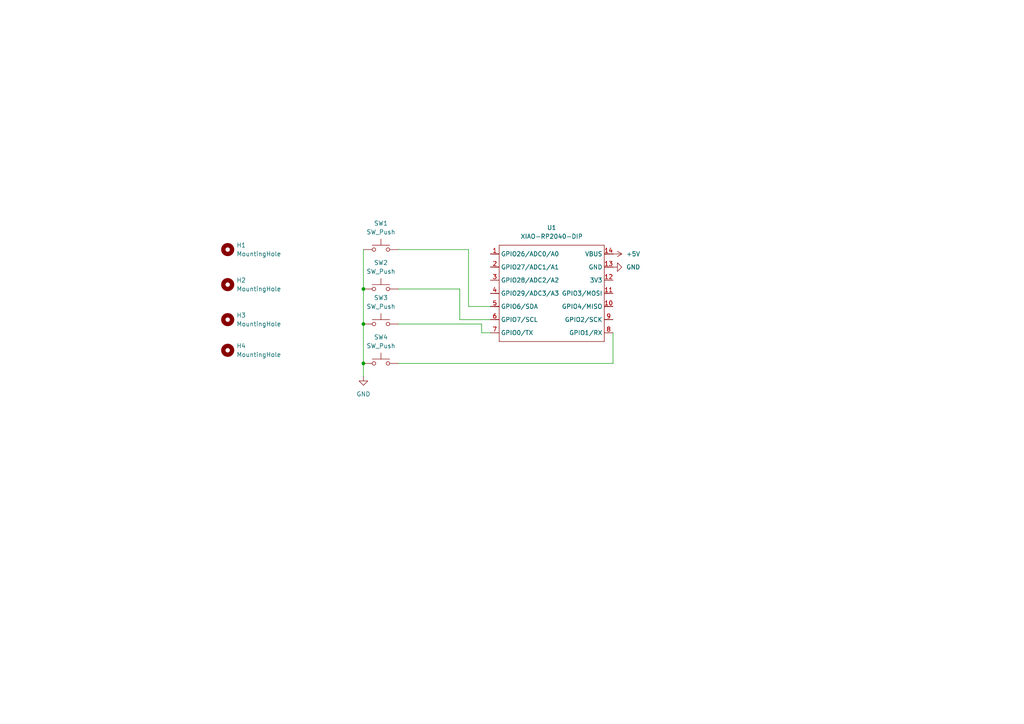
<source format=kicad_sch>
(kicad_sch
	(version 20250114)
	(generator "eeschema")
	(generator_version "9.0")
	(uuid "a321807e-d030-4eb6-bae4-ad18beb270af")
	(paper "A4")
	(lib_symbols
		(symbol "Mechanical:MountingHole"
			(pin_names
				(offset 1.016)
			)
			(exclude_from_sim no)
			(in_bom no)
			(on_board yes)
			(property "Reference" "H"
				(at 0 5.08 0)
				(effects
					(font
						(size 1.27 1.27)
					)
				)
			)
			(property "Value" "MountingHole"
				(at 0 3.175 0)
				(effects
					(font
						(size 1.27 1.27)
					)
				)
			)
			(property "Footprint" ""
				(at 0 0 0)
				(effects
					(font
						(size 1.27 1.27)
					)
					(hide yes)
				)
			)
			(property "Datasheet" "~"
				(at 0 0 0)
				(effects
					(font
						(size 1.27 1.27)
					)
					(hide yes)
				)
			)
			(property "Description" "Mounting Hole without connection"
				(at 0 0 0)
				(effects
					(font
						(size 1.27 1.27)
					)
					(hide yes)
				)
			)
			(property "ki_keywords" "mounting hole"
				(at 0 0 0)
				(effects
					(font
						(size 1.27 1.27)
					)
					(hide yes)
				)
			)
			(property "ki_fp_filters" "MountingHole*"
				(at 0 0 0)
				(effects
					(font
						(size 1.27 1.27)
					)
					(hide yes)
				)
			)
			(symbol "MountingHole_0_1"
				(circle
					(center 0 0)
					(radius 1.27)
					(stroke
						(width 1.27)
						(type default)
					)
					(fill
						(type none)
					)
				)
			)
			(embedded_fonts no)
		)
		(symbol "Seeed_Studio_XIAO_Series:XIAO-RP2040-DIP"
			(exclude_from_sim no)
			(in_bom yes)
			(on_board yes)
			(property "Reference" "U"
				(at 0 0 0)
				(effects
					(font
						(size 1.27 1.27)
					)
				)
			)
			(property "Value" "XIAO-RP2040-DIP"
				(at 5.334 -1.778 0)
				(effects
					(font
						(size 1.27 1.27)
					)
				)
			)
			(property "Footprint" "Module:MOUDLE14P-XIAO-DIP-SMD"
				(at 14.478 -32.258 0)
				(effects
					(font
						(size 1.27 1.27)
					)
					(hide yes)
				)
			)
			(property "Datasheet" ""
				(at 0 0 0)
				(effects
					(font
						(size 1.27 1.27)
					)
					(hide yes)
				)
			)
			(property "Description" ""
				(at 0 0 0)
				(effects
					(font
						(size 1.27 1.27)
					)
					(hide yes)
				)
			)
			(symbol "XIAO-RP2040-DIP_1_0"
				(polyline
					(pts
						(xy -1.27 -2.54) (xy 29.21 -2.54)
					)
					(stroke
						(width 0.1524)
						(type solid)
					)
					(fill
						(type none)
					)
				)
				(polyline
					(pts
						(xy -1.27 -5.08) (xy -2.54 -5.08)
					)
					(stroke
						(width 0.1524)
						(type solid)
					)
					(fill
						(type none)
					)
				)
				(polyline
					(pts
						(xy -1.27 -5.08) (xy -1.27 -2.54)
					)
					(stroke
						(width 0.1524)
						(type solid)
					)
					(fill
						(type none)
					)
				)
				(polyline
					(pts
						(xy -1.27 -8.89) (xy -2.54 -8.89)
					)
					(stroke
						(width 0.1524)
						(type solid)
					)
					(fill
						(type none)
					)
				)
				(polyline
					(pts
						(xy -1.27 -8.89) (xy -1.27 -5.08)
					)
					(stroke
						(width 0.1524)
						(type solid)
					)
					(fill
						(type none)
					)
				)
				(polyline
					(pts
						(xy -1.27 -12.7) (xy -2.54 -12.7)
					)
					(stroke
						(width 0.1524)
						(type solid)
					)
					(fill
						(type none)
					)
				)
				(polyline
					(pts
						(xy -1.27 -12.7) (xy -1.27 -8.89)
					)
					(stroke
						(width 0.1524)
						(type solid)
					)
					(fill
						(type none)
					)
				)
				(polyline
					(pts
						(xy -1.27 -16.51) (xy -2.54 -16.51)
					)
					(stroke
						(width 0.1524)
						(type solid)
					)
					(fill
						(type none)
					)
				)
				(polyline
					(pts
						(xy -1.27 -16.51) (xy -1.27 -12.7)
					)
					(stroke
						(width 0.1524)
						(type solid)
					)
					(fill
						(type none)
					)
				)
				(polyline
					(pts
						(xy -1.27 -20.32) (xy -2.54 -20.32)
					)
					(stroke
						(width 0.1524)
						(type solid)
					)
					(fill
						(type none)
					)
				)
				(polyline
					(pts
						(xy -1.27 -24.13) (xy -2.54 -24.13)
					)
					(stroke
						(width 0.1524)
						(type solid)
					)
					(fill
						(type none)
					)
				)
				(polyline
					(pts
						(xy -1.27 -27.94) (xy -2.54 -27.94)
					)
					(stroke
						(width 0.1524)
						(type solid)
					)
					(fill
						(type none)
					)
				)
				(polyline
					(pts
						(xy -1.27 -30.48) (xy -1.27 -16.51)
					)
					(stroke
						(width 0.1524)
						(type solid)
					)
					(fill
						(type none)
					)
				)
				(polyline
					(pts
						(xy 29.21 -2.54) (xy 29.21 -5.08)
					)
					(stroke
						(width 0.1524)
						(type solid)
					)
					(fill
						(type none)
					)
				)
				(polyline
					(pts
						(xy 29.21 -5.08) (xy 29.21 -8.89)
					)
					(stroke
						(width 0.1524)
						(type solid)
					)
					(fill
						(type none)
					)
				)
				(polyline
					(pts
						(xy 29.21 -8.89) (xy 29.21 -12.7)
					)
					(stroke
						(width 0.1524)
						(type solid)
					)
					(fill
						(type none)
					)
				)
				(polyline
					(pts
						(xy 29.21 -12.7) (xy 29.21 -30.48)
					)
					(stroke
						(width 0.1524)
						(type solid)
					)
					(fill
						(type none)
					)
				)
				(polyline
					(pts
						(xy 29.21 -30.48) (xy -1.27 -30.48)
					)
					(stroke
						(width 0.1524)
						(type solid)
					)
					(fill
						(type none)
					)
				)
				(polyline
					(pts
						(xy 30.48 -5.08) (xy 29.21 -5.08)
					)
					(stroke
						(width 0.1524)
						(type solid)
					)
					(fill
						(type none)
					)
				)
				(polyline
					(pts
						(xy 30.48 -8.89) (xy 29.21 -8.89)
					)
					(stroke
						(width 0.1524)
						(type solid)
					)
					(fill
						(type none)
					)
				)
				(polyline
					(pts
						(xy 30.48 -12.7) (xy 29.21 -12.7)
					)
					(stroke
						(width 0.1524)
						(type solid)
					)
					(fill
						(type none)
					)
				)
				(polyline
					(pts
						(xy 30.48 -16.51) (xy 29.21 -16.51)
					)
					(stroke
						(width 0.1524)
						(type solid)
					)
					(fill
						(type none)
					)
				)
				(polyline
					(pts
						(xy 30.48 -20.32) (xy 29.21 -20.32)
					)
					(stroke
						(width 0.1524)
						(type solid)
					)
					(fill
						(type none)
					)
				)
				(polyline
					(pts
						(xy 30.48 -24.13) (xy 29.21 -24.13)
					)
					(stroke
						(width 0.1524)
						(type solid)
					)
					(fill
						(type none)
					)
				)
				(polyline
					(pts
						(xy 30.48 -27.94) (xy 29.21 -27.94)
					)
					(stroke
						(width 0.1524)
						(type solid)
					)
					(fill
						(type none)
					)
				)
				(pin passive line
					(at -3.81 -5.08 0)
					(length 2.54)
					(name "GPIO26/ADC0/A0"
						(effects
							(font
								(size 1.27 1.27)
							)
						)
					)
					(number "1"
						(effects
							(font
								(size 1.27 1.27)
							)
						)
					)
				)
				(pin passive line
					(at -3.81 -8.89 0)
					(length 2.54)
					(name "GPIO27/ADC1/A1"
						(effects
							(font
								(size 1.27 1.27)
							)
						)
					)
					(number "2"
						(effects
							(font
								(size 1.27 1.27)
							)
						)
					)
				)
				(pin passive line
					(at -3.81 -12.7 0)
					(length 2.54)
					(name "GPIO28/ADC2/A2"
						(effects
							(font
								(size 1.27 1.27)
							)
						)
					)
					(number "3"
						(effects
							(font
								(size 1.27 1.27)
							)
						)
					)
				)
				(pin passive line
					(at -3.81 -16.51 0)
					(length 2.54)
					(name "GPIO29/ADC3/A3"
						(effects
							(font
								(size 1.27 1.27)
							)
						)
					)
					(number "4"
						(effects
							(font
								(size 1.27 1.27)
							)
						)
					)
				)
				(pin passive line
					(at -3.81 -20.32 0)
					(length 2.54)
					(name "GPIO6/SDA"
						(effects
							(font
								(size 1.27 1.27)
							)
						)
					)
					(number "5"
						(effects
							(font
								(size 1.27 1.27)
							)
						)
					)
				)
				(pin passive line
					(at -3.81 -24.13 0)
					(length 2.54)
					(name "GPIO7/SCL"
						(effects
							(font
								(size 1.27 1.27)
							)
						)
					)
					(number "6"
						(effects
							(font
								(size 1.27 1.27)
							)
						)
					)
				)
				(pin passive line
					(at -3.81 -27.94 0)
					(length 2.54)
					(name "GPIO0/TX"
						(effects
							(font
								(size 1.27 1.27)
							)
						)
					)
					(number "7"
						(effects
							(font
								(size 1.27 1.27)
							)
						)
					)
				)
				(pin passive line
					(at 31.75 -5.08 180)
					(length 2.54)
					(name "VBUS"
						(effects
							(font
								(size 1.27 1.27)
							)
						)
					)
					(number "14"
						(effects
							(font
								(size 1.27 1.27)
							)
						)
					)
				)
				(pin passive line
					(at 31.75 -8.89 180)
					(length 2.54)
					(name "GND"
						(effects
							(font
								(size 1.27 1.27)
							)
						)
					)
					(number "13"
						(effects
							(font
								(size 1.27 1.27)
							)
						)
					)
				)
				(pin passive line
					(at 31.75 -12.7 180)
					(length 2.54)
					(name "3V3"
						(effects
							(font
								(size 1.27 1.27)
							)
						)
					)
					(number "12"
						(effects
							(font
								(size 1.27 1.27)
							)
						)
					)
				)
				(pin passive line
					(at 31.75 -16.51 180)
					(length 2.54)
					(name "GPIO3/MOSI"
						(effects
							(font
								(size 1.27 1.27)
							)
						)
					)
					(number "11"
						(effects
							(font
								(size 1.27 1.27)
							)
						)
					)
				)
				(pin passive line
					(at 31.75 -20.32 180)
					(length 2.54)
					(name "GPIO4/MISO"
						(effects
							(font
								(size 1.27 1.27)
							)
						)
					)
					(number "10"
						(effects
							(font
								(size 1.27 1.27)
							)
						)
					)
				)
				(pin passive line
					(at 31.75 -24.13 180)
					(length 2.54)
					(name "GPIO2/SCK"
						(effects
							(font
								(size 1.27 1.27)
							)
						)
					)
					(number "9"
						(effects
							(font
								(size 1.27 1.27)
							)
						)
					)
				)
				(pin passive line
					(at 31.75 -27.94 180)
					(length 2.54)
					(name "GPIO1/RX"
						(effects
							(font
								(size 1.27 1.27)
							)
						)
					)
					(number "8"
						(effects
							(font
								(size 1.27 1.27)
							)
						)
					)
				)
			)
			(embedded_fonts no)
		)
		(symbol "Switch:SW_Push"
			(pin_numbers
				(hide yes)
			)
			(pin_names
				(offset 1.016)
				(hide yes)
			)
			(exclude_from_sim no)
			(in_bom yes)
			(on_board yes)
			(property "Reference" "SW"
				(at 1.27 2.54 0)
				(effects
					(font
						(size 1.27 1.27)
					)
					(justify left)
				)
			)
			(property "Value" "SW_Push"
				(at 0 -1.524 0)
				(effects
					(font
						(size 1.27 1.27)
					)
				)
			)
			(property "Footprint" ""
				(at 0 5.08 0)
				(effects
					(font
						(size 1.27 1.27)
					)
					(hide yes)
				)
			)
			(property "Datasheet" "~"
				(at 0 5.08 0)
				(effects
					(font
						(size 1.27 1.27)
					)
					(hide yes)
				)
			)
			(property "Description" "Push button switch, generic, two pins"
				(at 0 0 0)
				(effects
					(font
						(size 1.27 1.27)
					)
					(hide yes)
				)
			)
			(property "ki_keywords" "switch normally-open pushbutton push-button"
				(at 0 0 0)
				(effects
					(font
						(size 1.27 1.27)
					)
					(hide yes)
				)
			)
			(symbol "SW_Push_0_1"
				(circle
					(center -2.032 0)
					(radius 0.508)
					(stroke
						(width 0)
						(type default)
					)
					(fill
						(type none)
					)
				)
				(polyline
					(pts
						(xy 0 1.27) (xy 0 3.048)
					)
					(stroke
						(width 0)
						(type default)
					)
					(fill
						(type none)
					)
				)
				(circle
					(center 2.032 0)
					(radius 0.508)
					(stroke
						(width 0)
						(type default)
					)
					(fill
						(type none)
					)
				)
				(polyline
					(pts
						(xy 2.54 1.27) (xy -2.54 1.27)
					)
					(stroke
						(width 0)
						(type default)
					)
					(fill
						(type none)
					)
				)
				(pin passive line
					(at -5.08 0 0)
					(length 2.54)
					(name "1"
						(effects
							(font
								(size 1.27 1.27)
							)
						)
					)
					(number "1"
						(effects
							(font
								(size 1.27 1.27)
							)
						)
					)
				)
				(pin passive line
					(at 5.08 0 180)
					(length 2.54)
					(name "2"
						(effects
							(font
								(size 1.27 1.27)
							)
						)
					)
					(number "2"
						(effects
							(font
								(size 1.27 1.27)
							)
						)
					)
				)
			)
			(embedded_fonts no)
		)
		(symbol "power:+5V"
			(power)
			(pin_numbers
				(hide yes)
			)
			(pin_names
				(offset 0)
				(hide yes)
			)
			(exclude_from_sim no)
			(in_bom yes)
			(on_board yes)
			(property "Reference" "#PWR"
				(at 0 -3.81 0)
				(effects
					(font
						(size 1.27 1.27)
					)
					(hide yes)
				)
			)
			(property "Value" "+5V"
				(at 0 3.556 0)
				(effects
					(font
						(size 1.27 1.27)
					)
				)
			)
			(property "Footprint" ""
				(at 0 0 0)
				(effects
					(font
						(size 1.27 1.27)
					)
					(hide yes)
				)
			)
			(property "Datasheet" ""
				(at 0 0 0)
				(effects
					(font
						(size 1.27 1.27)
					)
					(hide yes)
				)
			)
			(property "Description" "Power symbol creates a global label with name \"+5V\""
				(at 0 0 0)
				(effects
					(font
						(size 1.27 1.27)
					)
					(hide yes)
				)
			)
			(property "ki_keywords" "global power"
				(at 0 0 0)
				(effects
					(font
						(size 1.27 1.27)
					)
					(hide yes)
				)
			)
			(symbol "+5V_0_1"
				(polyline
					(pts
						(xy -0.762 1.27) (xy 0 2.54)
					)
					(stroke
						(width 0)
						(type default)
					)
					(fill
						(type none)
					)
				)
				(polyline
					(pts
						(xy 0 2.54) (xy 0.762 1.27)
					)
					(stroke
						(width 0)
						(type default)
					)
					(fill
						(type none)
					)
				)
				(polyline
					(pts
						(xy 0 0) (xy 0 2.54)
					)
					(stroke
						(width 0)
						(type default)
					)
					(fill
						(type none)
					)
				)
			)
			(symbol "+5V_1_1"
				(pin power_in line
					(at 0 0 90)
					(length 0)
					(name "~"
						(effects
							(font
								(size 1.27 1.27)
							)
						)
					)
					(number "1"
						(effects
							(font
								(size 1.27 1.27)
							)
						)
					)
				)
			)
			(embedded_fonts no)
		)
		(symbol "power:GND"
			(power)
			(pin_numbers
				(hide yes)
			)
			(pin_names
				(offset 0)
				(hide yes)
			)
			(exclude_from_sim no)
			(in_bom yes)
			(on_board yes)
			(property "Reference" "#PWR"
				(at 0 -6.35 0)
				(effects
					(font
						(size 1.27 1.27)
					)
					(hide yes)
				)
			)
			(property "Value" "GND"
				(at 0 -3.81 0)
				(effects
					(font
						(size 1.27 1.27)
					)
				)
			)
			(property "Footprint" ""
				(at 0 0 0)
				(effects
					(font
						(size 1.27 1.27)
					)
					(hide yes)
				)
			)
			(property "Datasheet" ""
				(at 0 0 0)
				(effects
					(font
						(size 1.27 1.27)
					)
					(hide yes)
				)
			)
			(property "Description" "Power symbol creates a global label with name \"GND\" , ground"
				(at 0 0 0)
				(effects
					(font
						(size 1.27 1.27)
					)
					(hide yes)
				)
			)
			(property "ki_keywords" "global power"
				(at 0 0 0)
				(effects
					(font
						(size 1.27 1.27)
					)
					(hide yes)
				)
			)
			(symbol "GND_0_1"
				(polyline
					(pts
						(xy 0 0) (xy 0 -1.27) (xy 1.27 -1.27) (xy 0 -2.54) (xy -1.27 -1.27) (xy 0 -1.27)
					)
					(stroke
						(width 0)
						(type default)
					)
					(fill
						(type none)
					)
				)
			)
			(symbol "GND_1_1"
				(pin power_in line
					(at 0 0 270)
					(length 0)
					(name "~"
						(effects
							(font
								(size 1.27 1.27)
							)
						)
					)
					(number "1"
						(effects
							(font
								(size 1.27 1.27)
							)
						)
					)
				)
			)
			(embedded_fonts no)
		)
	)
	(junction
		(at 105.41 93.98)
		(diameter 0)
		(color 0 0 0 0)
		(uuid "24cb8f99-74fd-4102-bae0-30789715e914")
	)
	(junction
		(at 105.41 105.41)
		(diameter 0)
		(color 0 0 0 0)
		(uuid "75d1fef0-cab9-4e6b-8509-dc7b2f0d0008")
	)
	(junction
		(at 105.41 83.82)
		(diameter 0)
		(color 0 0 0 0)
		(uuid "9a84dc4d-9091-4411-b551-4aeed8e3007d")
	)
	(wire
		(pts
			(xy 115.57 93.98) (xy 139.7 93.98)
		)
		(stroke
			(width 0)
			(type default)
		)
		(uuid "2a2516b5-1e74-4665-8906-324808e7266e")
	)
	(wire
		(pts
			(xy 133.35 92.71) (xy 142.24 92.71)
		)
		(stroke
			(width 0)
			(type default)
		)
		(uuid "2d56eccf-967d-4ae2-9a6b-6a3ef9267904")
	)
	(wire
		(pts
			(xy 105.41 105.41) (xy 105.41 109.22)
		)
		(stroke
			(width 0)
			(type default)
		)
		(uuid "4f2c68c5-c714-4c6e-8d8d-23a83689e5f2")
	)
	(wire
		(pts
			(xy 105.41 83.82) (xy 105.41 93.98)
		)
		(stroke
			(width 0)
			(type default)
		)
		(uuid "6aaa0d28-1aea-460b-8fea-911a2ee37345")
	)
	(wire
		(pts
			(xy 135.89 88.9) (xy 142.24 88.9)
		)
		(stroke
			(width 0)
			(type default)
		)
		(uuid "8021021a-731d-424f-9f02-0c3d8772dbfc")
	)
	(wire
		(pts
			(xy 135.89 72.39) (xy 135.89 88.9)
		)
		(stroke
			(width 0)
			(type default)
		)
		(uuid "83cc73b7-4421-41ea-bc8c-373446a05d47")
	)
	(wire
		(pts
			(xy 115.57 105.41) (xy 177.8 105.41)
		)
		(stroke
			(width 0)
			(type default)
		)
		(uuid "85b903c0-ad31-4782-ad10-be00e8fc0df9")
	)
	(wire
		(pts
			(xy 115.57 72.39) (xy 135.89 72.39)
		)
		(stroke
			(width 0)
			(type default)
		)
		(uuid "97892505-57eb-420c-81f5-9ea6d4b8cbbe")
	)
	(wire
		(pts
			(xy 177.8 105.41) (xy 177.8 96.52)
		)
		(stroke
			(width 0)
			(type default)
		)
		(uuid "9f4b6c0d-e56a-48ac-803e-056244cadec0")
	)
	(wire
		(pts
			(xy 139.7 93.98) (xy 139.7 96.52)
		)
		(stroke
			(width 0)
			(type default)
		)
		(uuid "ce0bb06e-fa0c-4532-a1ed-f79b3f52d4e5")
	)
	(wire
		(pts
			(xy 105.41 93.98) (xy 105.41 105.41)
		)
		(stroke
			(width 0)
			(type default)
		)
		(uuid "d58e2865-929c-4210-9b70-e61df6930788")
	)
	(wire
		(pts
			(xy 115.57 83.82) (xy 133.35 83.82)
		)
		(stroke
			(width 0)
			(type default)
		)
		(uuid "e08780c9-ed54-47f2-b28e-8809e1a39b54")
	)
	(wire
		(pts
			(xy 105.41 72.39) (xy 105.41 83.82)
		)
		(stroke
			(width 0)
			(type default)
		)
		(uuid "ecfa3893-e8c9-4e49-ab92-57bf52fc1d96")
	)
	(wire
		(pts
			(xy 139.7 96.52) (xy 142.24 96.52)
		)
		(stroke
			(width 0)
			(type default)
		)
		(uuid "f016baa4-b5d7-4a29-9129-8f5c0f09ed4f")
	)
	(wire
		(pts
			(xy 133.35 83.82) (xy 133.35 92.71)
		)
		(stroke
			(width 0)
			(type default)
		)
		(uuid "f8598673-d83b-4c0f-a17f-60e82fe249ad")
	)
	(symbol
		(lib_id "Mechanical:MountingHole")
		(at 66.04 101.6 0)
		(unit 1)
		(exclude_from_sim no)
		(in_bom no)
		(on_board yes)
		(dnp no)
		(fields_autoplaced yes)
		(uuid "286afd7a-6c33-45cf-8b4c-dd875515dc37")
		(property "Reference" "H4"
			(at 68.58 100.3299 0)
			(effects
				(font
					(size 1.27 1.27)
				)
				(justify left)
			)
		)
		(property "Value" "MountingHole"
			(at 68.58 102.8699 0)
			(effects
				(font
					(size 1.27 1.27)
				)
				(justify left)
			)
		)
		(property "Footprint" "MountingHole:MountingHole_3.2mm_M3_Pad"
			(at 66.04 101.6 0)
			(effects
				(font
					(size 1.27 1.27)
				)
				(hide yes)
			)
		)
		(property "Datasheet" "~"
			(at 66.04 101.6 0)
			(effects
				(font
					(size 1.27 1.27)
				)
				(hide yes)
			)
		)
		(property "Description" "Mounting Hole without connection"
			(at 66.04 101.6 0)
			(effects
				(font
					(size 1.27 1.27)
				)
				(hide yes)
			)
		)
		(instances
			(project ""
				(path "/a321807e-d030-4eb6-bae4-ad18beb270af"
					(reference "H4")
					(unit 1)
				)
			)
		)
	)
	(symbol
		(lib_id "Seeed_Studio_XIAO_Series:XIAO-RP2040-DIP")
		(at 146.05 68.58 0)
		(unit 1)
		(exclude_from_sim no)
		(in_bom yes)
		(on_board yes)
		(dnp no)
		(fields_autoplaced yes)
		(uuid "371b27b9-3dc3-4fec-bb12-d315710811bd")
		(property "Reference" "U1"
			(at 160.02 66.04 0)
			(effects
				(font
					(size 1.27 1.27)
				)
			)
		)
		(property "Value" "XIAO-RP2040-DIP"
			(at 160.02 68.58 0)
			(effects
				(font
					(size 1.27 1.27)
				)
			)
		)
		(property "Footprint" "Seeed Studio XIAO Series Library:XIAO-RP2040-DIP"
			(at 160.528 100.838 0)
			(effects
				(font
					(size 1.27 1.27)
				)
				(hide yes)
			)
		)
		(property "Datasheet" ""
			(at 146.05 68.58 0)
			(effects
				(font
					(size 1.27 1.27)
				)
				(hide yes)
			)
		)
		(property "Description" ""
			(at 146.05 68.58 0)
			(effects
				(font
					(size 1.27 1.27)
				)
				(hide yes)
			)
		)
		(pin "11"
			(uuid "fc1d8ba2-4359-4f96-af56-52046c7cf4fa")
		)
		(pin "1"
			(uuid "70894c20-6580-454f-81b0-982a35e76f22")
		)
		(pin "8"
			(uuid "40d22bdb-d4f7-4be3-a185-8c8ed98764c4")
		)
		(pin "4"
			(uuid "d5a74e6f-6547-4002-b610-06ce1fe7e7f2")
		)
		(pin "7"
			(uuid "fa1efc5c-a49c-479b-aff7-dac4f91e237d")
		)
		(pin "14"
			(uuid "9e298977-f8cd-48c4-9559-2fb2db7b0aad")
		)
		(pin "13"
			(uuid "9469047c-ec6d-45dc-bff0-efcaa5737865")
		)
		(pin "10"
			(uuid "058b80d3-05a9-45d0-a646-2eb7e697fbfc")
		)
		(pin "9"
			(uuid "d5dfd8a5-dd96-4afe-8651-cdd9bc7c6b7a")
		)
		(pin "6"
			(uuid "d37dd347-15a8-48dc-ab7c-58d5718ec37a")
		)
		(pin "5"
			(uuid "15051d6d-b702-4fcf-91c5-f3f28a2401d2")
		)
		(pin "2"
			(uuid "8d2270ce-3dcf-4e09-88d7-c5c0af3d65c8")
		)
		(pin "12"
			(uuid "6854cf53-3107-489b-8809-586245d3a66c")
		)
		(pin "3"
			(uuid "04affee2-334f-4596-b6af-fa1e532605c2")
		)
		(instances
			(project ""
				(path "/a321807e-d030-4eb6-bae4-ad18beb270af"
					(reference "U1")
					(unit 1)
				)
			)
		)
	)
	(symbol
		(lib_id "Switch:SW_Push")
		(at 110.49 105.41 0)
		(unit 1)
		(exclude_from_sim no)
		(in_bom yes)
		(on_board yes)
		(dnp no)
		(fields_autoplaced yes)
		(uuid "3f55b776-ae9d-4825-bab5-d09da9af6683")
		(property "Reference" "SW4"
			(at 110.49 97.79 0)
			(effects
				(font
					(size 1.27 1.27)
				)
			)
		)
		(property "Value" "SW_Push"
			(at 110.49 100.33 0)
			(effects
				(font
					(size 1.27 1.27)
				)
			)
		)
		(property "Footprint" "Button_Switch_Keyboard:SW_Cherry_MX_1.00u_PCB"
			(at 110.49 100.33 0)
			(effects
				(font
					(size 1.27 1.27)
				)
				(hide yes)
			)
		)
		(property "Datasheet" "~"
			(at 110.49 100.33 0)
			(effects
				(font
					(size 1.27 1.27)
				)
				(hide yes)
			)
		)
		(property "Description" "Push button switch, generic, two pins"
			(at 110.49 105.41 0)
			(effects
				(font
					(size 1.27 1.27)
				)
				(hide yes)
			)
		)
		(pin "2"
			(uuid "0dd47e40-ee31-4bc1-a428-a050986ec5b2")
		)
		(pin "1"
			(uuid "7d802b66-6a10-48b4-bcd0-1855fe9414dc")
		)
		(instances
			(project ""
				(path "/a321807e-d030-4eb6-bae4-ad18beb270af"
					(reference "SW4")
					(unit 1)
				)
			)
		)
	)
	(symbol
		(lib_id "power:GND")
		(at 105.41 109.22 0)
		(unit 1)
		(exclude_from_sim no)
		(in_bom yes)
		(on_board yes)
		(dnp no)
		(fields_autoplaced yes)
		(uuid "42fce681-895d-4a1b-ab48-91408b4c305d")
		(property "Reference" "#PWR01"
			(at 105.41 115.57 0)
			(effects
				(font
					(size 1.27 1.27)
				)
				(hide yes)
			)
		)
		(property "Value" "GND"
			(at 105.41 114.3 0)
			(effects
				(font
					(size 1.27 1.27)
				)
			)
		)
		(property "Footprint" ""
			(at 105.41 109.22 0)
			(effects
				(font
					(size 1.27 1.27)
				)
				(hide yes)
			)
		)
		(property "Datasheet" ""
			(at 105.41 109.22 0)
			(effects
				(font
					(size 1.27 1.27)
				)
				(hide yes)
			)
		)
		(property "Description" "Power symbol creates a global label with name \"GND\" , ground"
			(at 105.41 109.22 0)
			(effects
				(font
					(size 1.27 1.27)
				)
				(hide yes)
			)
		)
		(pin "1"
			(uuid "c549910b-7639-4706-abf9-38bcbc5ce464")
		)
		(instances
			(project ""
				(path "/a321807e-d030-4eb6-bae4-ad18beb270af"
					(reference "#PWR01")
					(unit 1)
				)
			)
		)
	)
	(symbol
		(lib_id "Switch:SW_Push")
		(at 110.49 93.98 0)
		(unit 1)
		(exclude_from_sim no)
		(in_bom yes)
		(on_board yes)
		(dnp no)
		(fields_autoplaced yes)
		(uuid "45f8dbf3-0f37-4da9-aacb-a74f794ff387")
		(property "Reference" "SW3"
			(at 110.49 86.36 0)
			(effects
				(font
					(size 1.27 1.27)
				)
			)
		)
		(property "Value" "SW_Push"
			(at 110.49 88.9 0)
			(effects
				(font
					(size 1.27 1.27)
				)
			)
		)
		(property "Footprint" "Button_Switch_Keyboard:SW_Cherry_MX_1.00u_PCB"
			(at 110.49 88.9 0)
			(effects
				(font
					(size 1.27 1.27)
				)
				(hide yes)
			)
		)
		(property "Datasheet" "~"
			(at 110.49 88.9 0)
			(effects
				(font
					(size 1.27 1.27)
				)
				(hide yes)
			)
		)
		(property "Description" "Push button switch, generic, two pins"
			(at 110.49 93.98 0)
			(effects
				(font
					(size 1.27 1.27)
				)
				(hide yes)
			)
		)
		(pin "2"
			(uuid "0dd47e40-ee31-4bc1-a428-a050986ec5b2")
		)
		(pin "1"
			(uuid "7d802b66-6a10-48b4-bcd0-1855fe9414dc")
		)
		(instances
			(project ""
				(path "/a321807e-d030-4eb6-bae4-ad18beb270af"
					(reference "SW3")
					(unit 1)
				)
			)
		)
	)
	(symbol
		(lib_id "Switch:SW_Push")
		(at 110.49 83.82 0)
		(unit 1)
		(exclude_from_sim no)
		(in_bom yes)
		(on_board yes)
		(dnp no)
		(fields_autoplaced yes)
		(uuid "6b286636-bf51-4beb-af4f-68cb9a6636ab")
		(property "Reference" "SW2"
			(at 110.49 76.2 0)
			(effects
				(font
					(size 1.27 1.27)
				)
			)
		)
		(property "Value" "SW_Push"
			(at 110.49 78.74 0)
			(effects
				(font
					(size 1.27 1.27)
				)
			)
		)
		(property "Footprint" "Button_Switch_Keyboard:SW_Cherry_MX_1.00u_PCB"
			(at 110.49 78.74 0)
			(effects
				(font
					(size 1.27 1.27)
				)
				(hide yes)
			)
		)
		(property "Datasheet" "~"
			(at 110.49 78.74 0)
			(effects
				(font
					(size 1.27 1.27)
				)
				(hide yes)
			)
		)
		(property "Description" "Push button switch, generic, two pins"
			(at 110.49 83.82 0)
			(effects
				(font
					(size 1.27 1.27)
				)
				(hide yes)
			)
		)
		(pin "2"
			(uuid "0dd47e40-ee31-4bc1-a428-a050986ec5b2")
		)
		(pin "1"
			(uuid "7d802b66-6a10-48b4-bcd0-1855fe9414dc")
		)
		(instances
			(project ""
				(path "/a321807e-d030-4eb6-bae4-ad18beb270af"
					(reference "SW2")
					(unit 1)
				)
			)
		)
	)
	(symbol
		(lib_id "Mechanical:MountingHole")
		(at 66.04 72.39 0)
		(unit 1)
		(exclude_from_sim no)
		(in_bom no)
		(on_board yes)
		(dnp no)
		(fields_autoplaced yes)
		(uuid "82f18573-4612-4e6a-a5b8-1b466be5c7e8")
		(property "Reference" "H1"
			(at 68.58 71.1199 0)
			(effects
				(font
					(size 1.27 1.27)
				)
				(justify left)
			)
		)
		(property "Value" "MountingHole"
			(at 68.58 73.6599 0)
			(effects
				(font
					(size 1.27 1.27)
				)
				(justify left)
			)
		)
		(property "Footprint" "MountingHole:MountingHole_3.2mm_M3_Pad"
			(at 66.04 72.39 0)
			(effects
				(font
					(size 1.27 1.27)
				)
				(hide yes)
			)
		)
		(property "Datasheet" "~"
			(at 66.04 72.39 0)
			(effects
				(font
					(size 1.27 1.27)
				)
				(hide yes)
			)
		)
		(property "Description" "Mounting Hole without connection"
			(at 66.04 72.39 0)
			(effects
				(font
					(size 1.27 1.27)
				)
				(hide yes)
			)
		)
		(instances
			(project ""
				(path "/a321807e-d030-4eb6-bae4-ad18beb270af"
					(reference "H1")
					(unit 1)
				)
			)
		)
	)
	(symbol
		(lib_id "Switch:SW_Push")
		(at 110.49 72.39 0)
		(unit 1)
		(exclude_from_sim no)
		(in_bom yes)
		(on_board yes)
		(dnp no)
		(fields_autoplaced yes)
		(uuid "94adb521-29fb-4513-a687-1edef56165d9")
		(property "Reference" "SW1"
			(at 110.49 64.77 0)
			(effects
				(font
					(size 1.27 1.27)
				)
			)
		)
		(property "Value" "SW_Push"
			(at 110.49 67.31 0)
			(effects
				(font
					(size 1.27 1.27)
				)
			)
		)
		(property "Footprint" "Button_Switch_Keyboard:SW_Cherry_MX_1.00u_PCB"
			(at 110.49 67.31 0)
			(effects
				(font
					(size 1.27 1.27)
				)
				(hide yes)
			)
		)
		(property "Datasheet" "~"
			(at 110.49 67.31 0)
			(effects
				(font
					(size 1.27 1.27)
				)
				(hide yes)
			)
		)
		(property "Description" "Push button switch, generic, two pins"
			(at 110.49 72.39 0)
			(effects
				(font
					(size 1.27 1.27)
				)
				(hide yes)
			)
		)
		(pin "2"
			(uuid "0dd47e40-ee31-4bc1-a428-a050986ec5b2")
		)
		(pin "1"
			(uuid "7d802b66-6a10-48b4-bcd0-1855fe9414dc")
		)
		(instances
			(project ""
				(path "/a321807e-d030-4eb6-bae4-ad18beb270af"
					(reference "SW1")
					(unit 1)
				)
			)
		)
	)
	(symbol
		(lib_id "Mechanical:MountingHole")
		(at 66.04 92.71 0)
		(unit 1)
		(exclude_from_sim no)
		(in_bom no)
		(on_board yes)
		(dnp no)
		(fields_autoplaced yes)
		(uuid "a17a4d29-ff55-40df-bd81-0b049dd9b76e")
		(property "Reference" "H3"
			(at 68.58 91.4399 0)
			(effects
				(font
					(size 1.27 1.27)
				)
				(justify left)
			)
		)
		(property "Value" "MountingHole"
			(at 68.58 93.9799 0)
			(effects
				(font
					(size 1.27 1.27)
				)
				(justify left)
			)
		)
		(property "Footprint" "MountingHole:MountingHole_3.2mm_M3_Pad"
			(at 66.04 92.71 0)
			(effects
				(font
					(size 1.27 1.27)
				)
				(hide yes)
			)
		)
		(property "Datasheet" "~"
			(at 66.04 92.71 0)
			(effects
				(font
					(size 1.27 1.27)
				)
				(hide yes)
			)
		)
		(property "Description" "Mounting Hole without connection"
			(at 66.04 92.71 0)
			(effects
				(font
					(size 1.27 1.27)
				)
				(hide yes)
			)
		)
		(instances
			(project ""
				(path "/a321807e-d030-4eb6-bae4-ad18beb270af"
					(reference "H3")
					(unit 1)
				)
			)
		)
	)
	(symbol
		(lib_id "power:GND")
		(at 177.8 77.47 90)
		(unit 1)
		(exclude_from_sim no)
		(in_bom yes)
		(on_board yes)
		(dnp no)
		(fields_autoplaced yes)
		(uuid "a9703ef2-958f-40ae-89ce-ac3da315009a")
		(property "Reference" "#PWR02"
			(at 184.15 77.47 0)
			(effects
				(font
					(size 1.27 1.27)
				)
				(hide yes)
			)
		)
		(property "Value" "GND"
			(at 181.61 77.4699 90)
			(effects
				(font
					(size 1.27 1.27)
				)
				(justify right)
			)
		)
		(property "Footprint" ""
			(at 177.8 77.47 0)
			(effects
				(font
					(size 1.27 1.27)
				)
				(hide yes)
			)
		)
		(property "Datasheet" ""
			(at 177.8 77.47 0)
			(effects
				(font
					(size 1.27 1.27)
				)
				(hide yes)
			)
		)
		(property "Description" "Power symbol creates a global label with name \"GND\" , ground"
			(at 177.8 77.47 0)
			(effects
				(font
					(size 1.27 1.27)
				)
				(hide yes)
			)
		)
		(pin "1"
			(uuid "c549910b-7639-4706-abf9-38bcbc5ce464")
		)
		(instances
			(project ""
				(path "/a321807e-d030-4eb6-bae4-ad18beb270af"
					(reference "#PWR02")
					(unit 1)
				)
			)
		)
	)
	(symbol
		(lib_id "Mechanical:MountingHole")
		(at 66.04 82.55 0)
		(unit 1)
		(exclude_from_sim no)
		(in_bom no)
		(on_board yes)
		(dnp no)
		(fields_autoplaced yes)
		(uuid "cf6dd202-c94c-4cd5-9759-cb4fd6d61ffd")
		(property "Reference" "H2"
			(at 68.58 81.2799 0)
			(effects
				(font
					(size 1.27 1.27)
				)
				(justify left)
			)
		)
		(property "Value" "MountingHole"
			(at 68.58 83.8199 0)
			(effects
				(font
					(size 1.27 1.27)
				)
				(justify left)
			)
		)
		(property "Footprint" "MountingHole:MountingHole_3.2mm_M3_Pad"
			(at 66.04 82.55 0)
			(effects
				(font
					(size 1.27 1.27)
				)
				(hide yes)
			)
		)
		(property "Datasheet" "~"
			(at 66.04 82.55 0)
			(effects
				(font
					(size 1.27 1.27)
				)
				(hide yes)
			)
		)
		(property "Description" "Mounting Hole without connection"
			(at 66.04 82.55 0)
			(effects
				(font
					(size 1.27 1.27)
				)
				(hide yes)
			)
		)
		(instances
			(project ""
				(path "/a321807e-d030-4eb6-bae4-ad18beb270af"
					(reference "H2")
					(unit 1)
				)
			)
		)
	)
	(symbol
		(lib_id "power:+5V")
		(at 177.8 73.66 270)
		(unit 1)
		(exclude_from_sim no)
		(in_bom yes)
		(on_board yes)
		(dnp no)
		(fields_autoplaced yes)
		(uuid "fd036d97-70ba-4459-9911-d88e1ad568d2")
		(property "Reference" "#PWR03"
			(at 173.99 73.66 0)
			(effects
				(font
					(size 1.27 1.27)
				)
				(hide yes)
			)
		)
		(property "Value" "+5V"
			(at 181.61 73.6599 90)
			(effects
				(font
					(size 1.27 1.27)
				)
				(justify left)
			)
		)
		(property "Footprint" ""
			(at 177.8 73.66 0)
			(effects
				(font
					(size 1.27 1.27)
				)
				(hide yes)
			)
		)
		(property "Datasheet" ""
			(at 177.8 73.66 0)
			(effects
				(font
					(size 1.27 1.27)
				)
				(hide yes)
			)
		)
		(property "Description" "Power symbol creates a global label with name \"+5V\""
			(at 177.8 73.66 0)
			(effects
				(font
					(size 1.27 1.27)
				)
				(hide yes)
			)
		)
		(pin "1"
			(uuid "da737133-5aaf-4a6a-8fa6-57e7bca43a4b")
		)
		(instances
			(project ""
				(path "/a321807e-d030-4eb6-bae4-ad18beb270af"
					(reference "#PWR03")
					(unit 1)
				)
			)
		)
	)
	(sheet_instances
		(path "/"
			(page "1")
		)
	)
	(embedded_fonts no)
)

</source>
